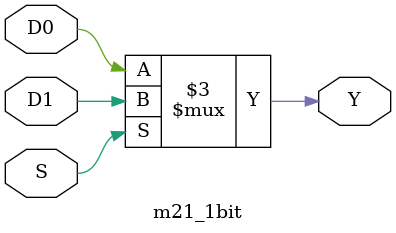
<source format=v>
module m21_1bit( D0, D1, S, Y);
input wire D0,D1;
input wire S;
output reg Y;
always @(D0 or D1 or S)
begin

if(S) 
Y= D1;
else
Y=D0;

end

endmodule
</source>
